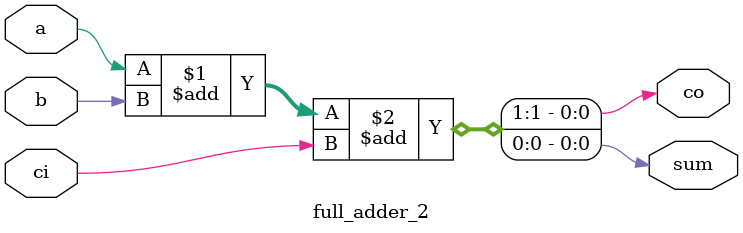
<source format=sv>
`timescale 1ns / 1ps
/*
  This code describes a full_adder circuit
*/
module full_adder (
  input  logic a, b, ci,
  output logic sum, co
);

  logic wire_1, wire_2;
  assign wire_1 = a ^ b;       // bitwise XOR
  assign wire_2 = wire_1 & ci; // bitwise AND
  
  wire   wire_3 = a & b;       // bitwise AND

  always_comb begin
    co  = wire_2 | wire_3;     // bitwise OR
    sum    = wire_1 ^ ci  ;    // bitwise XOR
  end

endmodule

module full_adder_2 (
  input  logic a, b, ci,
  output logic sum, co
);
  assign {co, sum} = a + b + ci;
endmodule

</source>
